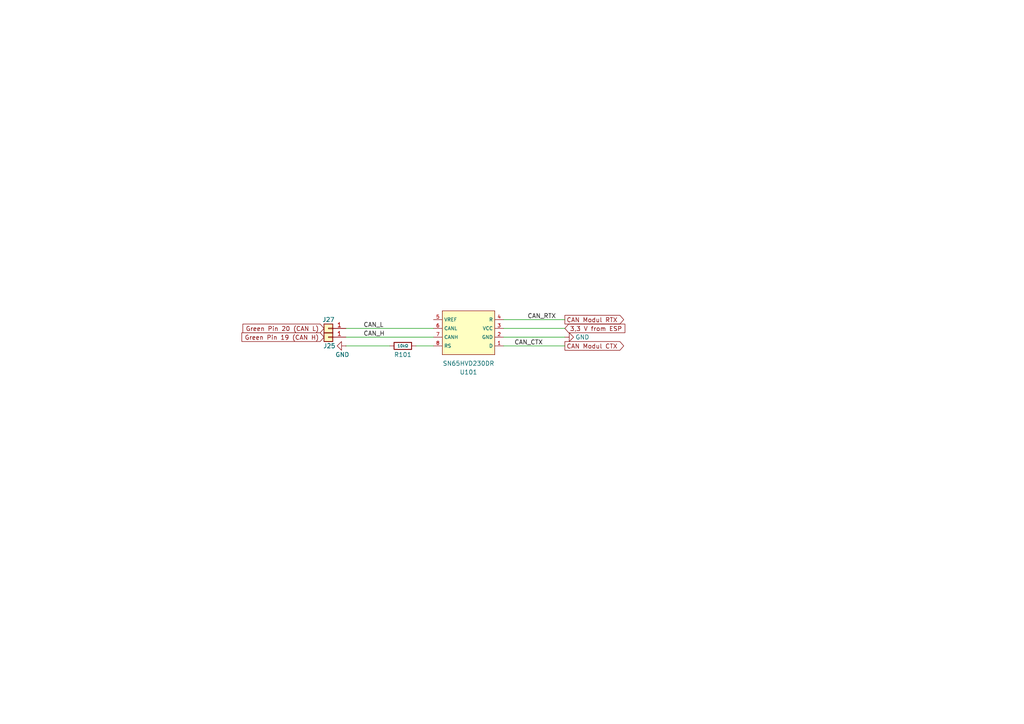
<source format=kicad_sch>
(kicad_sch (version 20231120) (generator "eeschema") (generator_version "8.0")
  (paper "A4")
  (lib_symbols
    (symbol "Connector_Generic:Conn_01x01" (pin_names (offset 1.016) hide)
      (property "Reference" "J" (at 0 2.54 0))
      (property "Value" "Conn_01x01" (at 0 -2.54 0))
      (symbol "Conn_01x01_1_1"
        (rectangle (start -1.27 0.127) (end 0 -0.127) (stroke (width 0.1524)))
        (rectangle (start -1.27 1.27) (end 1.27 -1.27) (stroke (width 0.254)) (fill (type background)))
        (pin passive line (at -5.08 0 0) (length 3.81) (name "Pin_1") (number "1"))
      )
    )
    (symbol "PCM_JLCPCB-Interface:Transceiver, CAN, SN65HVD230DR"
      (property "Reference" "U" (at 0 1.27 0))
      (property "Value" "SN65HVD230DR" (at -0.254 8.89 0))
      (symbol "Transceiver, CAN, SN65HVD230DR_0_1"
        (rectangle (start -7.62 7.62) (end 7.62 -5.08) (fill (type background)))
        (pin unspecified line (at -10.16 5.08 0) (length 2.54) (name "D") (number "1"))
        (pin unspecified line (at -10.16 2.54 0) (length 2.54) (name "GND") (number "2"))
        (pin unspecified line (at -10.16 0 0) (length 2.54) (name "VCC") (number "3"))
        (pin unspecified line (at -10.16 -2.54 0) (length 2.54) (name "R") (number "4"))
        (pin unspecified line (at 10.16 -2.54 180) (length 2.54) (name "VREF") (number "5"))
        (pin unspecified line (at 10.16 0 180) (length 2.54) (name "CANL") (number "6"))
        (pin unspecified line (at 10.16 2.54 180) (length 2.54) (name "CANH") (number "7"))
        (pin unspecified line (at 10.16 5.08 180) (length 2.54) (name "RS") (number "8"))
      )
    )
    (symbol "PCM_JLCPCB-Resistors:0603,10kΩ" (pin_numbers hide) (pin_names (offset 0))
      (property "Reference" "R" (at 1.778 0 0))
      (property "Value" "10kΩ" (at 0 0 90))
      (symbol "0603,10kΩ_0_1"
        (rectangle (start -1.016 2.54) (end 1.016 -2.54) (stroke (width 0.254)))
      )
      (symbol "0603,10kΩ_1_1"
        (pin passive line (at 0 3.81 270) (length 1.27) (name "~") (number "1"))
        (pin passive line (at 0 -3.81 90) (length 1.27) (name "~") (number "2"))
      )
    )
    (symbol "power:GND" (power) (pin_numbers hide) (pin_names (offset 0) hide)
      (property "Value" "GND" (at 0 -3.81 0))
      (symbol "GND_0_1"
        (polyline (pts (xy 0 0) (xy 0 -1.27) (xy 1.27 -1.27) (xy 0 -2.54) (xy -1.27 -1.27) (xy 0 -1.27)))
      )
      (symbol "GND_1_1"
        (pin power_in line (at 0 0 270) (length 0) (name "~") (number "1"))
      )
    )
  )
  (wire (pts (xy 100.33 100.33) (xy 113.03 100.33)))
  (wire (pts (xy 146.05 97.79) (xy 163.83 97.79)))
  (wire (pts (xy 100.33 95.25) (xy 125.73 95.25)))
  (wire (pts (xy 146.05 92.71) (xy 163.83 92.71)))
  (wire (pts (xy 146.05 95.25) (xy 163.83 95.25)))
  (wire (pts (xy 100.33 97.79) (xy 125.73 97.79)))
  (wire (pts (xy 146.05 100.33) (xy 163.83 100.33)))
  (wire (pts (xy 125.73 100.33) (xy 120.65 100.33)))
  (label "CAN_CTX" (at 157.48 100.33 180))
  (label "CAN_L" (at 105.41 95.25 0))
  (label "CAN_H" (at 105.41 97.79 0))
  (label "CAN_RTX" (at 161.29 92.71 180))
  (global_label "3,3 V from ESP" (shape input) (at 163.83 95.25 0) (property "Intersheetrefs" "${INTERSHEET_REFS}" (at 181.8131 95.25 0) (effects (justify left))))
  (global_label "Green Pin 20 (CAN L)" (shape input) (at 93.98 95.25 180) (property "Intersheetrefs" "${INTERSHEET_REFS}" (at 69.8886 95.25 0) (effects (justify right))))
  (global_label "CAN Modul CTX" (shape output) (at 163.83 100.33 0) (property "Intersheetrefs" "${INTERSHEET_REFS}" (at 181.4502 100.33 0) (effects (justify left))))
  (global_label "Green Pin 19 (CAN H)" (shape input) (at 93.98 97.79 180) (property "Intersheetrefs" "${INTERSHEET_REFS}" (at 69.5862 97.79 0) (effects (justify right))))
  (global_label "CAN Modul RTX" (shape output) (at 163.83 92.71 0) (property "Intersheetrefs" "${INTERSHEET_REFS}" (at 181.4502 92.71 0) (effects (justify left))))
  (symbol (lib_id "power:GND") (at 100.33 100.33 270) (unit 1)
    (property "Reference" "#PWR0401" (effects (hide yes)))
    (property "Value" "GND" (at 101.346 102.87 90) (effects (justify right)))
    (property "Description" "Power symbol creates a global label with name \"GND\" , ground" (effects (hide yes)))
  )
  (symbol (lib_id "PCM_JLCPCB-Interface:Transceiver, CAN, SN65HVD230DR") (at 135.89 95.25 180) (unit 1)
    (property "Reference" "U101" (at 135.89 107.95 0))
    (property "Value" "SN65HVD230DR" (at 135.89 105.41 0))
    (property "Footprint" "PCM_JLCPCB:SOIC-8_L4.9-W3.9-P1.27-LS6.0-BL" (effects (hide yes)))
    (property "Datasheet" "https://www.lcsc.com/datasheet/lcsc_datasheet_2304140030_Texas-Instruments-SN65HVD230DR_C12084.pdf" (effects (hide yes)))
    (property "Description" "1Mbps Transceiver SOIC-8 CAN Transceivers ROHS" (effects (hide yes)))
    (property "LCSC" "C12084" (effects (hide yes)))
    (property "Stock" "81494" (effects (hide yes)))
    (property "Price" "0.439USD" (effects (hide yes)))
    (property "Process" "SMT" (effects (hide yes)))
    (property "Minimum Qty" "1" (effects (hide yes)))
    (property "Attrition Qty" "0" (effects (hide yes)))
    (property "Class" "Preferred Component" (effects (hide yes)))
    (property "Category" "Interface ICs,CAN ICs" (effects (hide yes)))
    (property "Manufacturer" "Texas Instruments" (effects (hide yes)))
    (property "Part" "SN65HVD230DR" (effects (hide yes)))
    (property "Supply Voltage" "3V~3.6V" (effects (hide yes)))
    (property "Data Rate" "1Mbps" (effects (hide yes)))
    (property "Type" "Transceiver" (effects (hide yes)))
    (property "Operating Temperature" "-40°C~+85°C" (effects (hide yes)))
  )
  (symbol (lib_id "Connector_Generic:Conn_01x01") (at 95.25 95.25 180) (unit 1)
    (property "Reference" "J27" (at 93.472 92.71 0) (effects (justify right)))
    (property "Value" "Can_L" (effects (hide yes)))
    (property "Footprint" "Connector_Wire:SolderWire-0.5sqmm_1x01_D0.9mm_OD2.1mm" (effects (hide yes)))
    (property "Description" "Generic connector, single row, 01x01, script generated (kicad-library-utils/schlib/autogen/connector/)" (effects (hide yes)))
  )
  (symbol (lib_id "Connector_Generic:Conn_01x01") (at 95.25 97.79 180) (unit 1)
    (property "Reference" "J25" (at 93.726 100.33 0) (effects (justify right)))
    (property "Value" "Can_H" (effects (hide yes)))
    (property "Footprint" "Connector_Wire:SolderWire-0.5sqmm_1x01_D0.9mm_OD2.1mm" (effects (hide yes)))
    (property "Description" "Generic connector, single row, 01x01, script generated (kicad-library-utils/schlib/autogen/connector/)" (effects (hide yes)))
  )
  (symbol (lib_id "PCM_JLCPCB-Resistors:0603,10kΩ") (at 116.84 100.33 270) (unit 1)
    (property "Reference" "R101" (at 116.84 102.87 90))
    (property "Value" "10kΩ" (at 116.84 100.33 90) (effects (font (size 0.8 0.8))))
    (property "Footprint" "PCM_JLCPCB:R_0603" (effects (hide yes)))
    (property "Datasheet" "https://www.lcsc.com/datasheet/lcsc_datasheet_2206010045_UNI-ROYAL-Uniroyal-Elec-0603WAF1002T5E_C25804.pdf" (effects (hide yes)))
    (property "Description" "100mW Thick Film Resistors 75V ±100ppm/°C ±1% 10kΩ 0603 Chip Resistor - Surface Mount ROHS" (effects (hide yes)))
    (property "LCSC" "C25804" (effects (hide yes)))
    (property "Stock" "32886312" (effects (hide yes)))
    (property "Price" "0.004USD" (effects (hide yes)))
    (property "Process" "SMT" (effects (hide yes)))
    (property "Minimum Qty" "20" (effects (hide yes)))
    (property "Attrition Qty" "10" (effects (hide yes)))
    (property "Class" "Basic Component" (effects (hide yes)))
    (property "Category" "Resistors,Chip Resistor - Surface Mount" (effects (hide yes)))
    (property "Manufacturer" "UNI-ROYAL(Uniroyal Elec)" (effects (hide yes)))
    (property "Part" "0603WAF1002T5E" (effects (hide yes)))
    (property "Resistance" "10kΩ" (effects (hide yes)))
    (property "Power(Watts)" "100mW" (effects (hide yes)))
    (property "Type" "Thick Film Resistors" (effects (hide yes)))
    (property "Overload Voltage (Max)" "75V" (effects (hide yes)))
    (property "Operating Temperature Range" "-55°C~+155°C" (effects (hide yes)))
    (property "Tolerance" "±1%" (effects (hide yes)))
    (property "Temperature Coefficient" "±100ppm/°C" (effects (hide yes)))
  )
  (symbol (lib_id "power:GND") (at 163.83 97.79 90) (unit 1)
    (property "Reference" "#PWR0402" (effects (hide yes)))
    (property "Value" "GND" (at 168.91 97.79 90))
    (property "Description" "Power symbol creates a global label with name \"GND\" , ground" (effects (hide yes)))
  )
)
</source>
